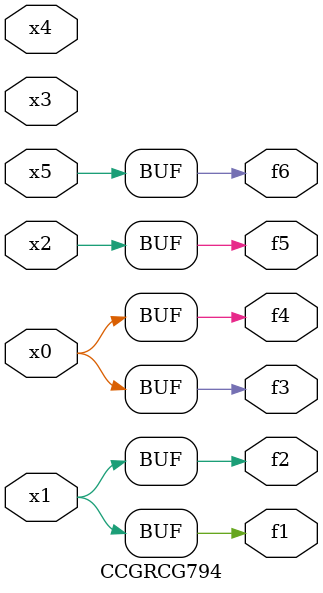
<source format=v>
module CCGRCG794(
	input x0, x1, x2, x3, x4, x5,
	output f1, f2, f3, f4, f5, f6
);
	assign f1 = x1;
	assign f2 = x1;
	assign f3 = x0;
	assign f4 = x0;
	assign f5 = x2;
	assign f6 = x5;
endmodule

</source>
